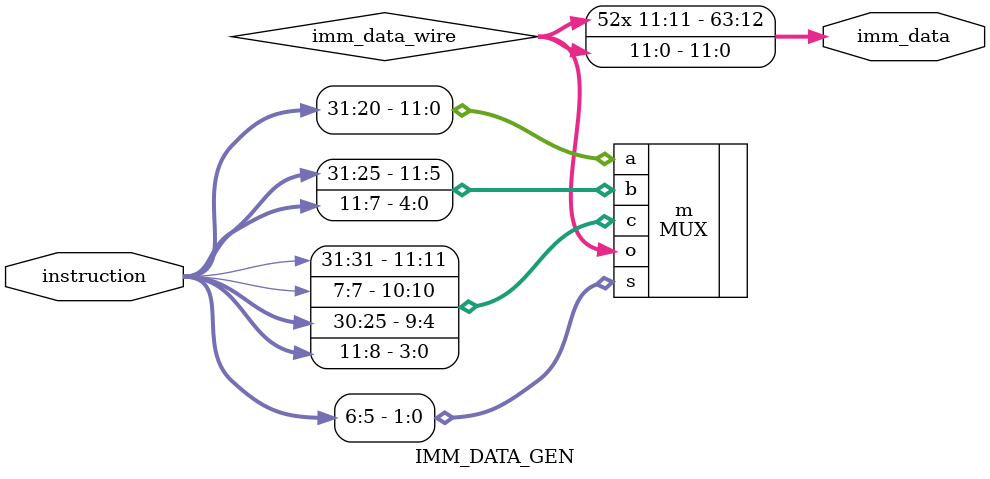
<source format=v>
module IMM_DATA_GEN
(
  input [31:0]instruction,  
  output reg [63:0]imm_data
);

wire [11:0]imm_data_wire;

MUX m
(
  .s(instruction[6:5]),
  .a(instruction[31:20]),
  .b({instruction[31:25], instruction[11:7]}),
  .c({instruction[31], instruction[7], instruction[30:25], instruction[11:8]}),
  .o(imm_data_wire)
);

always @ (*)
  imm_data <= {{52{imm_data_wire[11]}}, imm_data_wire};


endmodule
</source>
